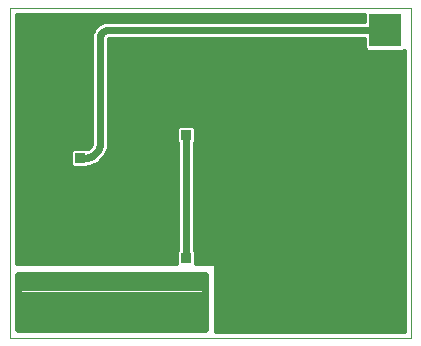
<source format=gbl>
G75*
%MOIN*%
%OFA0B0*%
%FSLAX25Y25*%
%IPPOS*%
%LPD*%
%AMOC8*
5,1,8,0,0,1.08239X$1,22.5*
%
%ADD10C,0.00000*%
%ADD11R,0.03169X0.03169*%
%ADD12C,0.02400*%
%ADD13R,0.03562X0.03562*%
%ADD14R,0.10630X0.10630*%
%ADD15C,0.01600*%
D10*
X0004162Y0004162D02*
X0004162Y0114123D01*
X0137863Y0114123D01*
X0137863Y0004162D01*
X0004162Y0004162D01*
D11*
X0062843Y0030619D03*
X0027430Y0064162D03*
X0062843Y0071662D03*
D12*
X0062843Y0030619D01*
X0069162Y0025068D02*
X0006937Y0025068D01*
X0006937Y0006937D01*
X0069162Y0006937D01*
X0069162Y0025068D01*
X0069162Y0023350D02*
X0006937Y0023350D01*
X0006937Y0020952D02*
X0069162Y0020952D01*
X0069162Y0018553D02*
X0006937Y0018553D01*
X0006937Y0016155D02*
X0069162Y0016155D01*
X0069162Y0013756D02*
X0006937Y0013756D01*
X0006937Y0011358D02*
X0069162Y0011358D01*
X0069162Y0008959D02*
X0006937Y0008959D01*
X0027430Y0064162D02*
X0029162Y0064162D01*
X0029302Y0064164D01*
X0029442Y0064170D01*
X0029582Y0064180D01*
X0029722Y0064193D01*
X0029861Y0064211D01*
X0030000Y0064233D01*
X0030137Y0064258D01*
X0030275Y0064287D01*
X0030411Y0064320D01*
X0030546Y0064357D01*
X0030680Y0064398D01*
X0030813Y0064443D01*
X0030945Y0064491D01*
X0031075Y0064543D01*
X0031204Y0064598D01*
X0031331Y0064657D01*
X0031457Y0064720D01*
X0031581Y0064786D01*
X0031702Y0064855D01*
X0031822Y0064928D01*
X0031940Y0065005D01*
X0032055Y0065084D01*
X0032169Y0065167D01*
X0032279Y0065253D01*
X0032388Y0065342D01*
X0032494Y0065434D01*
X0032597Y0065529D01*
X0032698Y0065626D01*
X0032795Y0065727D01*
X0032890Y0065830D01*
X0032982Y0065936D01*
X0033071Y0066045D01*
X0033157Y0066155D01*
X0033240Y0066269D01*
X0033319Y0066384D01*
X0033396Y0066502D01*
X0033469Y0066622D01*
X0033538Y0066743D01*
X0033604Y0066867D01*
X0033667Y0066993D01*
X0033726Y0067120D01*
X0033781Y0067249D01*
X0033833Y0067379D01*
X0033881Y0067511D01*
X0033926Y0067644D01*
X0033967Y0067778D01*
X0034004Y0067913D01*
X0034037Y0068049D01*
X0034066Y0068187D01*
X0034091Y0068324D01*
X0034113Y0068463D01*
X0034131Y0068602D01*
X0034144Y0068742D01*
X0034154Y0068882D01*
X0034160Y0069022D01*
X0034162Y0069162D01*
X0034162Y0104162D01*
X0034164Y0104260D01*
X0034170Y0104358D01*
X0034179Y0104456D01*
X0034193Y0104553D01*
X0034210Y0104650D01*
X0034231Y0104746D01*
X0034256Y0104841D01*
X0034284Y0104935D01*
X0034317Y0105027D01*
X0034352Y0105119D01*
X0034392Y0105209D01*
X0034434Y0105297D01*
X0034481Y0105384D01*
X0034530Y0105468D01*
X0034583Y0105551D01*
X0034639Y0105631D01*
X0034699Y0105710D01*
X0034761Y0105786D01*
X0034826Y0105859D01*
X0034894Y0105930D01*
X0034965Y0105998D01*
X0035038Y0106063D01*
X0035114Y0106125D01*
X0035193Y0106185D01*
X0035273Y0106241D01*
X0035356Y0106294D01*
X0035440Y0106343D01*
X0035527Y0106390D01*
X0035615Y0106432D01*
X0035705Y0106472D01*
X0035797Y0106507D01*
X0035889Y0106540D01*
X0035983Y0106568D01*
X0036078Y0106593D01*
X0036174Y0106614D01*
X0036271Y0106631D01*
X0036368Y0106645D01*
X0036466Y0106654D01*
X0036564Y0106660D01*
X0036662Y0106662D01*
X0129162Y0106662D01*
D13*
X0046662Y0051662D03*
X0046662Y0046662D03*
X0041662Y0046662D03*
X0036662Y0046662D03*
X0031662Y0046662D03*
X0026662Y0046662D03*
X0021662Y0046662D03*
X0021662Y0041662D03*
X0026662Y0041662D03*
X0026662Y0036662D03*
X0021662Y0036662D03*
X0021662Y0031662D03*
X0026662Y0031662D03*
X0016662Y0031662D03*
X0011662Y0031662D03*
X0011662Y0036662D03*
X0016662Y0036662D03*
X0016662Y0041662D03*
X0011662Y0041662D03*
X0011662Y0046662D03*
X0016662Y0046662D03*
X0016662Y0051662D03*
X0011662Y0051662D03*
X0011662Y0056662D03*
X0016662Y0056662D03*
X0021662Y0056662D03*
X0026662Y0056662D03*
X0026662Y0051662D03*
X0021662Y0051662D03*
X0031662Y0051662D03*
X0036662Y0051662D03*
X0041662Y0051662D03*
X0061662Y0021662D03*
D14*
X0012981Y0012981D03*
X0012430Y0105737D03*
X0129162Y0106662D03*
X0129162Y0011662D03*
D15*
X0135488Y0012155D02*
X0072666Y0012155D01*
X0072666Y0013753D02*
X0135488Y0013753D01*
X0135488Y0015352D02*
X0072666Y0015352D01*
X0072666Y0016950D02*
X0135488Y0016950D01*
X0135488Y0018549D02*
X0072666Y0018549D01*
X0072666Y0020147D02*
X0135488Y0020147D01*
X0135488Y0021746D02*
X0072666Y0021746D01*
X0072666Y0023344D02*
X0135488Y0023344D01*
X0135488Y0024943D02*
X0072666Y0024943D01*
X0072666Y0026541D02*
X0135488Y0026541D01*
X0135488Y0028140D02*
X0072666Y0028140D01*
X0072666Y0028965D02*
X0066228Y0028965D01*
X0066228Y0032949D01*
X0065843Y0033333D01*
X0065843Y0068948D01*
X0066228Y0069332D01*
X0066228Y0073992D01*
X0065173Y0075046D01*
X0060513Y0075046D01*
X0059459Y0073992D01*
X0059459Y0069332D01*
X0059843Y0068948D01*
X0059843Y0033333D01*
X0059459Y0032949D01*
X0059459Y0028965D01*
X0006537Y0028965D01*
X0006537Y0111748D01*
X0122047Y0111748D01*
X0122047Y0109662D01*
X0035568Y0109662D01*
X0033547Y0108825D01*
X0033547Y0108825D01*
X0032000Y0107278D01*
X0032000Y0107278D01*
X0031162Y0105256D01*
X0031162Y0069162D01*
X0031124Y0068772D01*
X0030825Y0068051D01*
X0030273Y0067499D01*
X0029944Y0067363D01*
X0029760Y0067546D01*
X0025100Y0067546D01*
X0024046Y0066492D01*
X0024046Y0061832D01*
X0025100Y0060778D01*
X0029760Y0060778D01*
X0030144Y0061162D01*
X0030754Y0061162D01*
X0033694Y0062380D01*
X0035944Y0064631D01*
X0037162Y0067571D01*
X0037162Y0103662D01*
X0122047Y0103662D01*
X0122047Y0100602D01*
X0123102Y0099547D01*
X0135223Y0099547D01*
X0135488Y0099813D01*
X0135488Y0006537D01*
X0072666Y0006537D01*
X0072666Y0028965D01*
X0066228Y0029738D02*
X0135488Y0029738D01*
X0135488Y0031337D02*
X0066228Y0031337D01*
X0066228Y0032935D02*
X0135488Y0032935D01*
X0135488Y0034534D02*
X0065843Y0034534D01*
X0065843Y0036132D02*
X0135488Y0036132D01*
X0135488Y0037731D02*
X0065843Y0037731D01*
X0065843Y0039329D02*
X0135488Y0039329D01*
X0135488Y0040928D02*
X0065843Y0040928D01*
X0065843Y0042526D02*
X0135488Y0042526D01*
X0135488Y0044125D02*
X0065843Y0044125D01*
X0065843Y0045723D02*
X0135488Y0045723D01*
X0135488Y0047322D02*
X0065843Y0047322D01*
X0065843Y0048921D02*
X0135488Y0048921D01*
X0135488Y0050519D02*
X0065843Y0050519D01*
X0065843Y0052118D02*
X0135488Y0052118D01*
X0135488Y0053716D02*
X0065843Y0053716D01*
X0065843Y0055315D02*
X0135488Y0055315D01*
X0135488Y0056913D02*
X0065843Y0056913D01*
X0065843Y0058512D02*
X0135488Y0058512D01*
X0135488Y0060110D02*
X0065843Y0060110D01*
X0065843Y0061709D02*
X0135488Y0061709D01*
X0135488Y0063307D02*
X0065843Y0063307D01*
X0065843Y0064906D02*
X0135488Y0064906D01*
X0135488Y0066504D02*
X0065843Y0066504D01*
X0065843Y0068103D02*
X0135488Y0068103D01*
X0135488Y0069701D02*
X0066228Y0069701D01*
X0066228Y0071300D02*
X0135488Y0071300D01*
X0135488Y0072898D02*
X0066228Y0072898D01*
X0065723Y0074497D02*
X0135488Y0074497D01*
X0135488Y0076095D02*
X0037162Y0076095D01*
X0037162Y0074497D02*
X0059964Y0074497D01*
X0059459Y0072898D02*
X0037162Y0072898D01*
X0037162Y0071300D02*
X0059459Y0071300D01*
X0059459Y0069701D02*
X0037162Y0069701D01*
X0037162Y0068103D02*
X0059843Y0068103D01*
X0059843Y0066504D02*
X0036720Y0066504D01*
X0036058Y0064906D02*
X0059843Y0064906D01*
X0059843Y0063307D02*
X0034621Y0063307D01*
X0033694Y0062380D02*
X0033694Y0062380D01*
X0032073Y0061709D02*
X0059843Y0061709D01*
X0059843Y0060110D02*
X0006537Y0060110D01*
X0006537Y0058512D02*
X0059843Y0058512D01*
X0059843Y0056913D02*
X0006537Y0056913D01*
X0006537Y0055315D02*
X0059843Y0055315D01*
X0059843Y0053716D02*
X0006537Y0053716D01*
X0006537Y0052118D02*
X0059843Y0052118D01*
X0059843Y0050519D02*
X0006537Y0050519D01*
X0006537Y0048921D02*
X0059843Y0048921D01*
X0059843Y0047322D02*
X0006537Y0047322D01*
X0006537Y0045723D02*
X0059843Y0045723D01*
X0059843Y0044125D02*
X0006537Y0044125D01*
X0006537Y0042526D02*
X0059843Y0042526D01*
X0059843Y0040928D02*
X0006537Y0040928D01*
X0006537Y0039329D02*
X0059843Y0039329D01*
X0059843Y0037731D02*
X0006537Y0037731D01*
X0006537Y0036132D02*
X0059843Y0036132D01*
X0059843Y0034534D02*
X0006537Y0034534D01*
X0006537Y0032935D02*
X0059459Y0032935D01*
X0059459Y0031337D02*
X0006537Y0031337D01*
X0006537Y0029738D02*
X0059459Y0029738D01*
X0072666Y0010556D02*
X0135488Y0010556D01*
X0135488Y0008958D02*
X0072666Y0008958D01*
X0072666Y0007359D02*
X0135488Y0007359D01*
X0135488Y0077694D02*
X0037162Y0077694D01*
X0037162Y0079292D02*
X0135488Y0079292D01*
X0135488Y0080891D02*
X0037162Y0080891D01*
X0037162Y0082489D02*
X0135488Y0082489D01*
X0135488Y0084088D02*
X0037162Y0084088D01*
X0037162Y0085686D02*
X0135488Y0085686D01*
X0135488Y0087285D02*
X0037162Y0087285D01*
X0037162Y0088883D02*
X0135488Y0088883D01*
X0135488Y0090482D02*
X0037162Y0090482D01*
X0037162Y0092080D02*
X0135488Y0092080D01*
X0135488Y0093679D02*
X0037162Y0093679D01*
X0037162Y0095277D02*
X0135488Y0095277D01*
X0135488Y0096876D02*
X0037162Y0096876D01*
X0037162Y0098474D02*
X0135488Y0098474D01*
X0122576Y0100073D02*
X0037162Y0100073D01*
X0037162Y0101671D02*
X0122047Y0101671D01*
X0122047Y0103270D02*
X0037162Y0103270D01*
X0031162Y0103270D02*
X0006537Y0103270D01*
X0006537Y0104868D02*
X0031162Y0104868D01*
X0031664Y0106467D02*
X0006537Y0106467D01*
X0006537Y0108065D02*
X0032787Y0108065D01*
X0031162Y0101671D02*
X0006537Y0101671D01*
X0006537Y0100073D02*
X0031162Y0100073D01*
X0031162Y0098474D02*
X0006537Y0098474D01*
X0006537Y0096876D02*
X0031162Y0096876D01*
X0031162Y0095277D02*
X0006537Y0095277D01*
X0006537Y0093679D02*
X0031162Y0093679D01*
X0031162Y0092080D02*
X0006537Y0092080D01*
X0006537Y0090482D02*
X0031162Y0090482D01*
X0031162Y0088883D02*
X0006537Y0088883D01*
X0006537Y0087285D02*
X0031162Y0087285D01*
X0031162Y0085686D02*
X0006537Y0085686D01*
X0006537Y0084088D02*
X0031162Y0084088D01*
X0031162Y0082489D02*
X0006537Y0082489D01*
X0006537Y0080891D02*
X0031162Y0080891D01*
X0031162Y0079292D02*
X0006537Y0079292D01*
X0006537Y0077694D02*
X0031162Y0077694D01*
X0031162Y0076095D02*
X0006537Y0076095D01*
X0006537Y0074497D02*
X0031162Y0074497D01*
X0031162Y0072898D02*
X0006537Y0072898D01*
X0006537Y0071300D02*
X0031162Y0071300D01*
X0031162Y0069701D02*
X0006537Y0069701D01*
X0006537Y0068103D02*
X0030847Y0068103D01*
X0035944Y0064631D02*
X0035944Y0064631D01*
X0024046Y0064906D02*
X0006537Y0064906D01*
X0006537Y0066504D02*
X0024058Y0066504D01*
X0024046Y0063307D02*
X0006537Y0063307D01*
X0006537Y0061709D02*
X0024169Y0061709D01*
X0006537Y0109664D02*
X0122047Y0109664D01*
X0122047Y0111262D02*
X0006537Y0111262D01*
M02*

</source>
